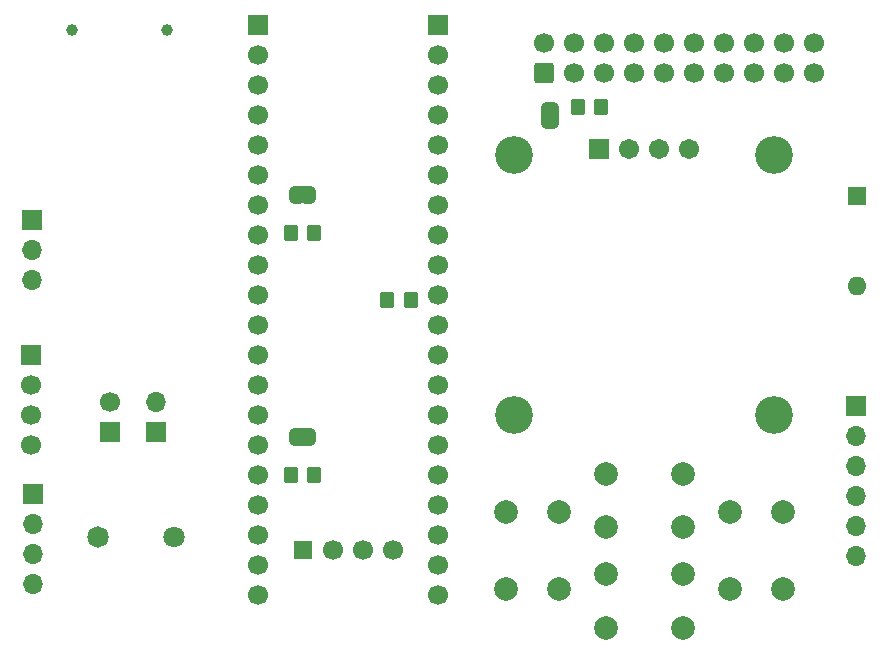
<source format=gbr>
%TF.GenerationSoftware,KiCad,Pcbnew,9.0.3*%
%TF.CreationDate,2025-08-20T09:57:48+02:00*%
%TF.ProjectId,sdiskII_stm32,73646973-6b49-4495-9f73-746d33322e6b,7*%
%TF.SameCoordinates,Original*%
%TF.FileFunction,Soldermask,Bot*%
%TF.FilePolarity,Negative*%
%FSLAX46Y46*%
G04 Gerber Fmt 4.6, Leading zero omitted, Abs format (unit mm)*
G04 Created by KiCad (PCBNEW 9.0.3) date 2025-08-20 09:57:48*
%MOMM*%
%LPD*%
G01*
G04 APERTURE LIST*
G04 Aperture macros list*
%AMRoundRect*
0 Rectangle with rounded corners*
0 $1 Rounding radius*
0 $2 $3 $4 $5 $6 $7 $8 $9 X,Y pos of 4 corners*
0 Add a 4 corners polygon primitive as box body*
4,1,4,$2,$3,$4,$5,$6,$7,$8,$9,$2,$3,0*
0 Add four circle primitives for the rounded corners*
1,1,$1+$1,$2,$3*
1,1,$1+$1,$4,$5*
1,1,$1+$1,$6,$7*
1,1,$1+$1,$8,$9*
0 Add four rect primitives between the rounded corners*
20,1,$1+$1,$2,$3,$4,$5,0*
20,1,$1+$1,$4,$5,$6,$7,0*
20,1,$1+$1,$6,$7,$8,$9,0*
20,1,$1+$1,$8,$9,$2,$3,0*%
%AMFreePoly0*
4,1,23,0.500000,-0.750000,0.000000,-0.750000,0.000000,-0.745722,-0.065263,-0.745722,-0.191342,-0.711940,-0.304381,-0.646677,-0.396677,-0.554381,-0.461940,-0.441342,-0.495722,-0.315263,-0.495722,-0.250000,-0.500000,-0.250000,-0.500000,0.250000,-0.495722,0.250000,-0.495722,0.315263,-0.461940,0.441342,-0.396677,0.554381,-0.304381,0.646677,-0.191342,0.711940,-0.065263,0.745722,0.000000,0.745722,
0.000000,0.750000,0.500000,0.750000,0.500000,-0.750000,0.500000,-0.750000,$1*%
%AMFreePoly1*
4,1,23,0.000000,0.745722,0.065263,0.745722,0.191342,0.711940,0.304381,0.646677,0.396677,0.554381,0.461940,0.441342,0.495722,0.315263,0.495722,0.250000,0.500000,0.250000,0.500000,-0.250000,0.495722,-0.250000,0.495722,-0.315263,0.461940,-0.441342,0.396677,-0.554381,0.304381,-0.646677,0.191342,-0.711940,0.065263,-0.745722,0.000000,-0.745722,0.000000,-0.750000,-0.500000,-0.750000,
-0.500000,0.750000,0.000000,0.750000,0.000000,0.745722,0.000000,0.745722,$1*%
G04 Aperture macros list end*
%ADD10RoundRect,0.250000X0.600000X-0.600000X0.600000X0.600000X-0.600000X0.600000X-0.600000X-0.600000X0*%
%ADD11C,1.700000*%
%ADD12R,1.600000X1.600000*%
%ADD13O,1.600000X1.600000*%
%ADD14R,1.700000X1.700000*%
%ADD15O,1.700000X1.700000*%
%ADD16C,2.000000*%
%ADD17C,1.824000*%
%ADD18C,1.800000*%
%ADD19R,1.524000X1.524000*%
%ADD20RoundRect,0.102000X-0.754000X-0.754000X0.754000X-0.754000X0.754000X0.754000X-0.754000X0.754000X0*%
%ADD21C,1.712000*%
%ADD22C,3.204000*%
%ADD23C,1.000000*%
%ADD24RoundRect,0.250000X0.350000X0.450000X-0.350000X0.450000X-0.350000X-0.450000X0.350000X-0.450000X0*%
%ADD25FreePoly0,180.000000*%
%ADD26FreePoly1,180.000000*%
%ADD27FreePoly0,270.000000*%
%ADD28FreePoly1,270.000000*%
G04 APERTURE END LIST*
%TO.C,BPR2*%
G36*
X157980000Y-102040000D02*
G01*
X157680000Y-102040000D01*
X157680000Y-103540000D01*
X157980000Y-103540000D01*
X157980000Y-102040000D01*
G37*
%TO.C,BPR3*%
G36*
X157990000Y-122550000D02*
G01*
X157690000Y-122550000D01*
X157690000Y-124050000D01*
X157990000Y-124050000D01*
X157990000Y-122550000D01*
G37*
%TO.C,BPR1*%
G36*
X178050000Y-95930000D02*
G01*
X179550000Y-95930000D01*
X179550000Y-96230000D01*
X178050000Y-96230000D01*
X178050000Y-95930000D01*
G37*
%TD*%
D10*
%TO.C,J2*%
X178290000Y-92490000D03*
D11*
X178290000Y-89950000D03*
X180830000Y-92490000D03*
X180830000Y-89950000D03*
X183370000Y-92490000D03*
X183370000Y-89950000D03*
X185910000Y-92490000D03*
X185910000Y-89950000D03*
X188450000Y-92490000D03*
X188450000Y-89950000D03*
X190990000Y-92490000D03*
X190990000Y-89950000D03*
X193530000Y-92490000D03*
X193530000Y-89950000D03*
X196070000Y-92490000D03*
X196070000Y-89950000D03*
X198610000Y-92490000D03*
X198610000Y-89950000D03*
X201150000Y-92490000D03*
X201150000Y-89950000D03*
%TD*%
D12*
%TO.C,D1*%
X204775000Y-102925000D03*
D13*
X204775000Y-110545000D03*
%TD*%
D14*
%TO.C,J5*%
X134880000Y-116370000D03*
D11*
X134880000Y-118910000D03*
X134880000Y-121450000D03*
X134880000Y-123990000D03*
%TD*%
D14*
%TO.C,J3*%
X204714746Y-120691427D03*
D15*
X204714746Y-123231427D03*
X204714746Y-125771427D03*
X204714746Y-128311427D03*
X204714746Y-130851427D03*
X204714746Y-133391427D03*
%TD*%
D16*
%TO.C,UP1*%
X190040000Y-130950000D03*
X183540000Y-130950000D03*
X190040000Y-126450000D03*
X183540000Y-126450000D03*
%TD*%
D17*
%TO.C,BZ1*%
X140500000Y-131750000D03*
D18*
X147000000Y-131750000D03*
%TD*%
D14*
%TO.C,J4*%
X134910000Y-104975000D03*
D15*
X134910000Y-107515000D03*
X134910000Y-110055000D03*
%TD*%
D14*
%TO.C,\u03BCC1*%
X154050000Y-88440000D03*
D11*
X154050000Y-90980000D03*
X154050000Y-93520000D03*
X154050000Y-96060000D03*
X154050000Y-98600000D03*
X154050000Y-101140000D03*
X154050000Y-103680000D03*
X154050000Y-106220000D03*
X154050000Y-108760000D03*
X154050000Y-111300000D03*
X154050000Y-113840000D03*
X154050000Y-116380000D03*
X154050000Y-118920000D03*
X154050000Y-121460000D03*
X154050000Y-124000000D03*
X154050000Y-126540000D03*
X154050000Y-129080000D03*
X154050000Y-131620000D03*
X154050000Y-134160000D03*
X154050000Y-136700000D03*
X169290000Y-136700000D03*
X169290000Y-134160000D03*
X169290000Y-131620000D03*
X169290000Y-129080000D03*
X169290000Y-126540000D03*
X169290000Y-124000000D03*
X169290000Y-121460000D03*
X169290000Y-118920000D03*
X169290000Y-116380000D03*
X169290000Y-113840000D03*
X169290000Y-111300000D03*
X169290000Y-108760000D03*
X169290000Y-106220000D03*
X169290000Y-103680000D03*
X169290000Y-101140000D03*
X169290000Y-98600000D03*
X169290000Y-96060000D03*
X169290000Y-93520000D03*
X169290000Y-90980000D03*
D14*
X169290000Y-88440000D03*
D19*
X157860000Y-132890000D03*
D11*
X160400000Y-132890000D03*
X162940000Y-132890000D03*
X165480000Y-132890000D03*
%TD*%
D14*
%TO.C,J1*%
X145455000Y-122850000D03*
D15*
X145455000Y-120310000D03*
%TD*%
D16*
%TO.C,ENTR1*%
X198540000Y-129700000D03*
X198540000Y-136200000D03*
X194040000Y-129700000D03*
X194040000Y-136200000D03*
%TD*%
D14*
%TO.C,J6*%
X135000000Y-128180000D03*
D15*
X135000000Y-130720000D03*
X135000000Y-133260000D03*
X135000000Y-135800000D03*
%TD*%
D20*
%TO.C,U8*%
X182980000Y-98950000D03*
D21*
X185520000Y-98950000D03*
X188060000Y-98950000D03*
X190600000Y-98950000D03*
D22*
X175790000Y-99450000D03*
X197790000Y-99450000D03*
X197790000Y-121450000D03*
X175790000Y-121450000D03*
%TD*%
D23*
%TO.C,U2*%
X138340000Y-88850000D03*
X146340000Y-88850000D03*
%TD*%
D16*
%TO.C,RET1*%
X179540000Y-129700000D03*
X179540000Y-136200000D03*
X175040000Y-129700000D03*
X175040000Y-136200000D03*
%TD*%
D14*
%TO.C,J7*%
X141590000Y-122850000D03*
D11*
X141590000Y-120310000D03*
%TD*%
D16*
%TO.C,DOWN1*%
X183540000Y-134950000D03*
X190040000Y-134950000D03*
X183540000Y-139450000D03*
X190040000Y-139450000D03*
%TD*%
D24*
%TO.C,R5*%
X167000000Y-111690000D03*
X165000000Y-111690000D03*
%TD*%
%TO.C,R3*%
X158850000Y-126550000D03*
X156850000Y-126550000D03*
%TD*%
%TO.C,R1*%
X183160000Y-95360000D03*
X181160000Y-95360000D03*
%TD*%
D25*
%TO.C,BPR2*%
X158480000Y-102790000D03*
D26*
X157180000Y-102790000D03*
%TD*%
D24*
%TO.C,R2*%
X158840000Y-106070000D03*
X156840000Y-106070000D03*
%TD*%
D25*
%TO.C,BPR3*%
X158490000Y-123300000D03*
D26*
X157190000Y-123300000D03*
%TD*%
D27*
%TO.C,BPR1*%
X178800000Y-95430000D03*
D28*
X178800000Y-96730000D03*
%TD*%
M02*

</source>
